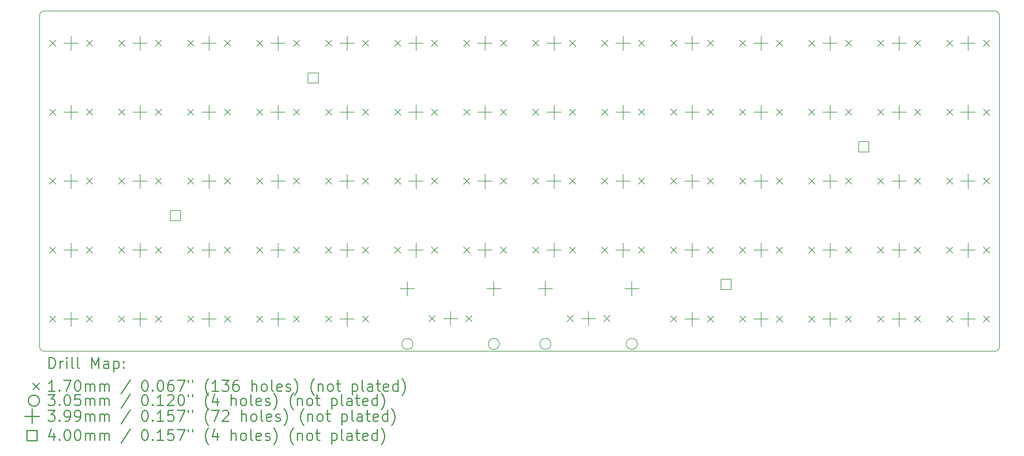
<source format=gbr>
%FSLAX45Y45*%
G04 Gerber Fmt 4.5, Leading zero omitted, Abs format (unit mm)*
G04 Created by KiCad (PCBNEW 4.0.1-stable) date 4/3/2017 2:01:41 AM*
%MOMM*%
G01*
G04 APERTURE LIST*
%ADD10C,0.127000*%
%ADD11C,0.150000*%
%ADD12C,0.200000*%
%ADD13C,0.300000*%
G04 APERTURE END LIST*
D10*
D11*
X125000Y9400000D02*
X26375000Y9400000D01*
X0Y125000D02*
X0Y9275000D01*
X26375000Y0D02*
X125000Y0D01*
X26500000Y9275000D02*
X26500000Y125000D01*
X26375000Y0D02*
G75*
G03X26500000Y125000I0J125000D01*
G01*
X26500000Y9275000D02*
G75*
G03X26375000Y9400000I-125000J0D01*
G01*
X125000Y9400000D02*
G75*
G03X0Y9275000I0J-125000D01*
G01*
X0Y125000D02*
G75*
G03X125000Y0I125000J0D01*
G01*
D12*
X274410Y8595090D02*
X444590Y8424910D01*
X444590Y8595090D02*
X274410Y8424910D01*
X274410Y6690090D02*
X444590Y6519910D01*
X444590Y6690090D02*
X274410Y6519910D01*
X274410Y4785090D02*
X444590Y4614910D01*
X444590Y4785090D02*
X274410Y4614910D01*
X274410Y2880090D02*
X444590Y2709910D01*
X444590Y2880090D02*
X274410Y2709910D01*
X274410Y975090D02*
X444590Y804910D01*
X444590Y975090D02*
X274410Y804910D01*
X1290410Y8595090D02*
X1460590Y8424910D01*
X1460590Y8595090D02*
X1290410Y8424910D01*
X1290410Y6690090D02*
X1460590Y6519910D01*
X1460590Y6690090D02*
X1290410Y6519910D01*
X1290410Y4785090D02*
X1460590Y4614910D01*
X1460590Y4785090D02*
X1290410Y4614910D01*
X1290410Y2880090D02*
X1460590Y2709910D01*
X1460590Y2880090D02*
X1290410Y2709910D01*
X1290410Y975090D02*
X1460590Y804910D01*
X1460590Y975090D02*
X1290410Y804910D01*
X2179410Y8595090D02*
X2349590Y8424910D01*
X2349590Y8595090D02*
X2179410Y8424910D01*
X2179410Y6690090D02*
X2349590Y6519910D01*
X2349590Y6690090D02*
X2179410Y6519910D01*
X2179410Y4785090D02*
X2349590Y4614910D01*
X2349590Y4785090D02*
X2179410Y4614910D01*
X2179410Y2880090D02*
X2349590Y2709910D01*
X2349590Y2880090D02*
X2179410Y2709910D01*
X2179410Y975090D02*
X2349590Y804910D01*
X2349590Y975090D02*
X2179410Y804910D01*
X3195410Y8595090D02*
X3365590Y8424910D01*
X3365590Y8595090D02*
X3195410Y8424910D01*
X3195410Y6690090D02*
X3365590Y6519910D01*
X3365590Y6690090D02*
X3195410Y6519910D01*
X3195410Y4785090D02*
X3365590Y4614910D01*
X3365590Y4785090D02*
X3195410Y4614910D01*
X3195410Y2880090D02*
X3365590Y2709910D01*
X3365590Y2880090D02*
X3195410Y2709910D01*
X3195410Y975090D02*
X3365590Y804910D01*
X3365590Y975090D02*
X3195410Y804910D01*
X4084410Y8595090D02*
X4254590Y8424910D01*
X4254590Y8595090D02*
X4084410Y8424910D01*
X4084410Y6690090D02*
X4254590Y6519910D01*
X4254590Y6690090D02*
X4084410Y6519910D01*
X4084410Y4785090D02*
X4254590Y4614910D01*
X4254590Y4785090D02*
X4084410Y4614910D01*
X4084410Y2880090D02*
X4254590Y2709910D01*
X4254590Y2880090D02*
X4084410Y2709910D01*
X4084410Y975090D02*
X4254590Y804910D01*
X4254590Y975090D02*
X4084410Y804910D01*
X5100410Y8595090D02*
X5270590Y8424910D01*
X5270590Y8595090D02*
X5100410Y8424910D01*
X5100410Y6690090D02*
X5270590Y6519910D01*
X5270590Y6690090D02*
X5100410Y6519910D01*
X5100410Y4785090D02*
X5270590Y4614910D01*
X5270590Y4785090D02*
X5100410Y4614910D01*
X5100410Y2880090D02*
X5270590Y2709910D01*
X5270590Y2880090D02*
X5100410Y2709910D01*
X5100410Y975090D02*
X5270590Y804910D01*
X5270590Y975090D02*
X5100410Y804910D01*
X5989410Y8595090D02*
X6159590Y8424910D01*
X6159590Y8595090D02*
X5989410Y8424910D01*
X5989410Y6690090D02*
X6159590Y6519910D01*
X6159590Y6690090D02*
X5989410Y6519910D01*
X5989410Y4785090D02*
X6159590Y4614910D01*
X6159590Y4785090D02*
X5989410Y4614910D01*
X5989410Y2880090D02*
X6159590Y2709910D01*
X6159590Y2880090D02*
X5989410Y2709910D01*
X5989410Y975090D02*
X6159590Y804910D01*
X6159590Y975090D02*
X5989410Y804910D01*
X7005410Y8595090D02*
X7175590Y8424910D01*
X7175590Y8595090D02*
X7005410Y8424910D01*
X7005410Y6690090D02*
X7175590Y6519910D01*
X7175590Y6690090D02*
X7005410Y6519910D01*
X7005410Y4785090D02*
X7175590Y4614910D01*
X7175590Y4785090D02*
X7005410Y4614910D01*
X7005410Y2880090D02*
X7175590Y2709910D01*
X7175590Y2880090D02*
X7005410Y2709910D01*
X7005410Y975090D02*
X7175590Y804910D01*
X7175590Y975090D02*
X7005410Y804910D01*
X7894410Y8595090D02*
X8064590Y8424910D01*
X8064590Y8595090D02*
X7894410Y8424910D01*
X7894410Y6690090D02*
X8064590Y6519910D01*
X8064590Y6690090D02*
X7894410Y6519910D01*
X7894410Y4785090D02*
X8064590Y4614910D01*
X8064590Y4785090D02*
X7894410Y4614910D01*
X7894410Y2880090D02*
X8064590Y2709910D01*
X8064590Y2880090D02*
X7894410Y2709910D01*
X7894410Y975090D02*
X8064590Y804910D01*
X8064590Y975090D02*
X7894410Y804910D01*
X8910410Y8595090D02*
X9080590Y8424910D01*
X9080590Y8595090D02*
X8910410Y8424910D01*
X8910410Y6690090D02*
X9080590Y6519910D01*
X9080590Y6690090D02*
X8910410Y6519910D01*
X8910410Y4785090D02*
X9080590Y4614910D01*
X9080590Y4785090D02*
X8910410Y4614910D01*
X8910410Y2880090D02*
X9080590Y2709910D01*
X9080590Y2880090D02*
X8910410Y2709910D01*
X8910410Y975090D02*
X9080590Y804910D01*
X9080590Y975090D02*
X8910410Y804910D01*
X9799410Y8595090D02*
X9969590Y8424910D01*
X9969590Y8595090D02*
X9799410Y8424910D01*
X9799410Y6690090D02*
X9969590Y6519910D01*
X9969590Y6690090D02*
X9799410Y6519910D01*
X9799410Y4785090D02*
X9969590Y4614910D01*
X9969590Y4785090D02*
X9799410Y4614910D01*
X9799410Y2880090D02*
X9969590Y2709910D01*
X9969590Y2880090D02*
X9799410Y2709910D01*
X10751910Y987590D02*
X10922090Y817410D01*
X10922090Y987590D02*
X10751910Y817410D01*
X10815410Y8595090D02*
X10985590Y8424910D01*
X10985590Y8595090D02*
X10815410Y8424910D01*
X10815410Y6690090D02*
X10985590Y6519910D01*
X10985590Y6690090D02*
X10815410Y6519910D01*
X10815410Y4785090D02*
X10985590Y4614910D01*
X10985590Y4785090D02*
X10815410Y4614910D01*
X10815410Y2880090D02*
X10985590Y2709910D01*
X10985590Y2880090D02*
X10815410Y2709910D01*
X11704410Y8595090D02*
X11874590Y8424910D01*
X11874590Y8595090D02*
X11704410Y8424910D01*
X11704410Y6690090D02*
X11874590Y6519910D01*
X11874590Y6690090D02*
X11704410Y6519910D01*
X11704410Y4785090D02*
X11874590Y4614910D01*
X11874590Y4785090D02*
X11704410Y4614910D01*
X11704410Y2880090D02*
X11874590Y2709910D01*
X11874590Y2880090D02*
X11704410Y2709910D01*
X11767910Y987590D02*
X11938090Y817410D01*
X11938090Y987590D02*
X11767910Y817410D01*
X12720410Y8595090D02*
X12890590Y8424910D01*
X12890590Y8595090D02*
X12720410Y8424910D01*
X12720410Y6690090D02*
X12890590Y6519910D01*
X12890590Y6690090D02*
X12720410Y6519910D01*
X12720410Y4785090D02*
X12890590Y4614910D01*
X12890590Y4785090D02*
X12720410Y4614910D01*
X12720410Y2880090D02*
X12890590Y2709910D01*
X12890590Y2880090D02*
X12720410Y2709910D01*
X13609410Y8595090D02*
X13779590Y8424910D01*
X13779590Y8595090D02*
X13609410Y8424910D01*
X13609410Y6690090D02*
X13779590Y6519910D01*
X13779590Y6690090D02*
X13609410Y6519910D01*
X13609410Y4785090D02*
X13779590Y4614910D01*
X13779590Y4785090D02*
X13609410Y4614910D01*
X13609410Y2880090D02*
X13779590Y2709910D01*
X13779590Y2880090D02*
X13609410Y2709910D01*
X14561910Y990090D02*
X14732090Y819910D01*
X14732090Y990090D02*
X14561910Y819910D01*
X14625410Y8595090D02*
X14795590Y8424910D01*
X14795590Y8595090D02*
X14625410Y8424910D01*
X14625410Y6690090D02*
X14795590Y6519910D01*
X14795590Y6690090D02*
X14625410Y6519910D01*
X14625410Y4785090D02*
X14795590Y4614910D01*
X14795590Y4785090D02*
X14625410Y4614910D01*
X14625410Y2880090D02*
X14795590Y2709910D01*
X14795590Y2880090D02*
X14625410Y2709910D01*
X15514410Y8595090D02*
X15684590Y8424910D01*
X15684590Y8595090D02*
X15514410Y8424910D01*
X15514410Y6690090D02*
X15684590Y6519910D01*
X15684590Y6690090D02*
X15514410Y6519910D01*
X15514410Y4785090D02*
X15684590Y4614910D01*
X15684590Y4785090D02*
X15514410Y4614910D01*
X15514410Y2880090D02*
X15684590Y2709910D01*
X15684590Y2880090D02*
X15514410Y2709910D01*
X15577910Y990090D02*
X15748090Y819910D01*
X15748090Y990090D02*
X15577910Y819910D01*
X16530410Y8595090D02*
X16700590Y8424910D01*
X16700590Y8595090D02*
X16530410Y8424910D01*
X16530410Y6690090D02*
X16700590Y6519910D01*
X16700590Y6690090D02*
X16530410Y6519910D01*
X16530410Y4785090D02*
X16700590Y4614910D01*
X16700590Y4785090D02*
X16530410Y4614910D01*
X16530410Y2880090D02*
X16700590Y2709910D01*
X16700590Y2880090D02*
X16530410Y2709910D01*
X17419410Y8595090D02*
X17589590Y8424910D01*
X17589590Y8595090D02*
X17419410Y8424910D01*
X17419410Y6690090D02*
X17589590Y6519910D01*
X17589590Y6690090D02*
X17419410Y6519910D01*
X17419410Y4785090D02*
X17589590Y4614910D01*
X17589590Y4785090D02*
X17419410Y4614910D01*
X17419410Y2880090D02*
X17589590Y2709910D01*
X17589590Y2880090D02*
X17419410Y2709910D01*
X17419410Y975090D02*
X17589590Y804910D01*
X17589590Y975090D02*
X17419410Y804910D01*
X18435410Y8595090D02*
X18605590Y8424910D01*
X18605590Y8595090D02*
X18435410Y8424910D01*
X18435410Y6690090D02*
X18605590Y6519910D01*
X18605590Y6690090D02*
X18435410Y6519910D01*
X18435410Y4785090D02*
X18605590Y4614910D01*
X18605590Y4785090D02*
X18435410Y4614910D01*
X18435410Y2880090D02*
X18605590Y2709910D01*
X18605590Y2880090D02*
X18435410Y2709910D01*
X18435410Y975090D02*
X18605590Y804910D01*
X18605590Y975090D02*
X18435410Y804910D01*
X19324410Y8595090D02*
X19494590Y8424910D01*
X19494590Y8595090D02*
X19324410Y8424910D01*
X19324410Y6690090D02*
X19494590Y6519910D01*
X19494590Y6690090D02*
X19324410Y6519910D01*
X19324410Y4785090D02*
X19494590Y4614910D01*
X19494590Y4785090D02*
X19324410Y4614910D01*
X19324410Y2880090D02*
X19494590Y2709910D01*
X19494590Y2880090D02*
X19324410Y2709910D01*
X19324410Y975090D02*
X19494590Y804910D01*
X19494590Y975090D02*
X19324410Y804910D01*
X20340410Y8595090D02*
X20510590Y8424910D01*
X20510590Y8595090D02*
X20340410Y8424910D01*
X20340410Y6690090D02*
X20510590Y6519910D01*
X20510590Y6690090D02*
X20340410Y6519910D01*
X20340410Y4785090D02*
X20510590Y4614910D01*
X20510590Y4785090D02*
X20340410Y4614910D01*
X20340410Y2880090D02*
X20510590Y2709910D01*
X20510590Y2880090D02*
X20340410Y2709910D01*
X20340410Y975090D02*
X20510590Y804910D01*
X20510590Y975090D02*
X20340410Y804910D01*
X21229410Y8595090D02*
X21399590Y8424910D01*
X21399590Y8595090D02*
X21229410Y8424910D01*
X21229410Y6690090D02*
X21399590Y6519910D01*
X21399590Y6690090D02*
X21229410Y6519910D01*
X21229410Y4785090D02*
X21399590Y4614910D01*
X21399590Y4785090D02*
X21229410Y4614910D01*
X21229410Y2880090D02*
X21399590Y2709910D01*
X21399590Y2880090D02*
X21229410Y2709910D01*
X21229410Y975090D02*
X21399590Y804910D01*
X21399590Y975090D02*
X21229410Y804910D01*
X22245410Y8595090D02*
X22415590Y8424910D01*
X22415590Y8595090D02*
X22245410Y8424910D01*
X22245410Y6690090D02*
X22415590Y6519910D01*
X22415590Y6690090D02*
X22245410Y6519910D01*
X22245410Y4785090D02*
X22415590Y4614910D01*
X22415590Y4785090D02*
X22245410Y4614910D01*
X22245410Y2880090D02*
X22415590Y2709910D01*
X22415590Y2880090D02*
X22245410Y2709910D01*
X22245410Y975090D02*
X22415590Y804910D01*
X22415590Y975090D02*
X22245410Y804910D01*
X23134410Y8595090D02*
X23304590Y8424910D01*
X23304590Y8595090D02*
X23134410Y8424910D01*
X23134410Y6690090D02*
X23304590Y6519910D01*
X23304590Y6690090D02*
X23134410Y6519910D01*
X23134410Y4785090D02*
X23304590Y4614910D01*
X23304590Y4785090D02*
X23134410Y4614910D01*
X23134410Y2880090D02*
X23304590Y2709910D01*
X23304590Y2880090D02*
X23134410Y2709910D01*
X23134410Y975090D02*
X23304590Y804910D01*
X23304590Y975090D02*
X23134410Y804910D01*
X24150410Y8595090D02*
X24320590Y8424910D01*
X24320590Y8595090D02*
X24150410Y8424910D01*
X24150410Y6690090D02*
X24320590Y6519910D01*
X24320590Y6690090D02*
X24150410Y6519910D01*
X24150410Y4785090D02*
X24320590Y4614910D01*
X24320590Y4785090D02*
X24150410Y4614910D01*
X24150410Y2880090D02*
X24320590Y2709910D01*
X24320590Y2880090D02*
X24150410Y2709910D01*
X24150410Y975090D02*
X24320590Y804910D01*
X24320590Y975090D02*
X24150410Y804910D01*
X25039410Y8595090D02*
X25209590Y8424910D01*
X25209590Y8595090D02*
X25039410Y8424910D01*
X25039410Y6690090D02*
X25209590Y6519910D01*
X25209590Y6690090D02*
X25039410Y6519910D01*
X25039410Y4785090D02*
X25209590Y4614910D01*
X25209590Y4785090D02*
X25039410Y4614910D01*
X25039410Y2880090D02*
X25209590Y2709910D01*
X25209590Y2880090D02*
X25039410Y2709910D01*
X25039410Y975090D02*
X25209590Y804910D01*
X25209590Y975090D02*
X25039410Y804910D01*
X26055410Y8595090D02*
X26225590Y8424910D01*
X26225590Y8595090D02*
X26055410Y8424910D01*
X26055410Y6690090D02*
X26225590Y6519910D01*
X26225590Y6690090D02*
X26055410Y6519910D01*
X26055410Y4785090D02*
X26225590Y4614910D01*
X26225590Y4785090D02*
X26055410Y4614910D01*
X26055410Y2880090D02*
X26225590Y2709910D01*
X26225590Y2880090D02*
X26055410Y2709910D01*
X26055410Y975090D02*
X26225590Y804910D01*
X26225590Y975090D02*
X26055410Y804910D01*
X10303600Y204000D02*
G75*
G03X10303600Y204000I-152400J0D01*
G01*
X12691200Y204000D02*
G75*
G03X12691200Y204000I-152400J0D01*
G01*
X14113600Y206500D02*
G75*
G03X14113600Y206500I-152400J0D01*
G01*
X16501200Y206500D02*
G75*
G03X16501200Y206500I-152400J0D01*
G01*
X867500Y8709390D02*
X867500Y8310610D01*
X668110Y8510000D02*
X1066890Y8510000D01*
X867500Y6804390D02*
X867500Y6405610D01*
X668110Y6605000D02*
X1066890Y6605000D01*
X867500Y4899390D02*
X867500Y4500610D01*
X668110Y4700000D02*
X1066890Y4700000D01*
X867500Y2994390D02*
X867500Y2595610D01*
X668110Y2795000D02*
X1066890Y2795000D01*
X867500Y1089390D02*
X867500Y690610D01*
X668110Y890000D02*
X1066890Y890000D01*
X2772500Y8709390D02*
X2772500Y8310610D01*
X2573110Y8510000D02*
X2971890Y8510000D01*
X2772500Y6804390D02*
X2772500Y6405610D01*
X2573110Y6605000D02*
X2971890Y6605000D01*
X2772500Y4899390D02*
X2772500Y4500610D01*
X2573110Y4700000D02*
X2971890Y4700000D01*
X2772500Y2994390D02*
X2772500Y2595610D01*
X2573110Y2795000D02*
X2971890Y2795000D01*
X2772500Y1089390D02*
X2772500Y690610D01*
X2573110Y890000D02*
X2971890Y890000D01*
X4677500Y8709390D02*
X4677500Y8310610D01*
X4478110Y8510000D02*
X4876890Y8510000D01*
X4677500Y6804390D02*
X4677500Y6405610D01*
X4478110Y6605000D02*
X4876890Y6605000D01*
X4677500Y4899390D02*
X4677500Y4500610D01*
X4478110Y4700000D02*
X4876890Y4700000D01*
X4677500Y2994390D02*
X4677500Y2595610D01*
X4478110Y2795000D02*
X4876890Y2795000D01*
X4677500Y1089390D02*
X4677500Y690610D01*
X4478110Y890000D02*
X4876890Y890000D01*
X6582500Y8709390D02*
X6582500Y8310610D01*
X6383110Y8510000D02*
X6781890Y8510000D01*
X6582500Y6804390D02*
X6582500Y6405610D01*
X6383110Y6605000D02*
X6781890Y6605000D01*
X6582500Y4899390D02*
X6582500Y4500610D01*
X6383110Y4700000D02*
X6781890Y4700000D01*
X6582500Y2994390D02*
X6582500Y2595610D01*
X6383110Y2795000D02*
X6781890Y2795000D01*
X6582500Y1089390D02*
X6582500Y690610D01*
X6383110Y890000D02*
X6781890Y890000D01*
X8487500Y8709390D02*
X8487500Y8310610D01*
X8288110Y8510000D02*
X8686890Y8510000D01*
X8487500Y6804390D02*
X8487500Y6405610D01*
X8288110Y6605000D02*
X8686890Y6605000D01*
X8487500Y4899390D02*
X8487500Y4500610D01*
X8288110Y4700000D02*
X8686890Y4700000D01*
X8487500Y2994390D02*
X8487500Y2595610D01*
X8288110Y2795000D02*
X8686890Y2795000D01*
X8487500Y1089390D02*
X8487500Y690610D01*
X8288110Y890000D02*
X8686890Y890000D01*
X10151200Y1927390D02*
X10151200Y1528610D01*
X9951810Y1728000D02*
X10350590Y1728000D01*
X10392500Y8709390D02*
X10392500Y8310610D01*
X10193110Y8510000D02*
X10591890Y8510000D01*
X10392500Y6804390D02*
X10392500Y6405610D01*
X10193110Y6605000D02*
X10591890Y6605000D01*
X10392500Y4899390D02*
X10392500Y4500610D01*
X10193110Y4700000D02*
X10591890Y4700000D01*
X10392500Y2994390D02*
X10392500Y2595610D01*
X10193110Y2795000D02*
X10591890Y2795000D01*
X11345000Y1101890D02*
X11345000Y703110D01*
X11145610Y902500D02*
X11544390Y902500D01*
X12297500Y8709390D02*
X12297500Y8310610D01*
X12098110Y8510000D02*
X12496890Y8510000D01*
X12297500Y6804390D02*
X12297500Y6405610D01*
X12098110Y6605000D02*
X12496890Y6605000D01*
X12297500Y4899390D02*
X12297500Y4500610D01*
X12098110Y4700000D02*
X12496890Y4700000D01*
X12297500Y2994390D02*
X12297500Y2595610D01*
X12098110Y2795000D02*
X12496890Y2795000D01*
X12538800Y1927390D02*
X12538800Y1528610D01*
X12339410Y1728000D02*
X12738190Y1728000D01*
X13961200Y1929890D02*
X13961200Y1531110D01*
X13761810Y1730500D02*
X14160590Y1730500D01*
X14202500Y8709390D02*
X14202500Y8310610D01*
X14003110Y8510000D02*
X14401890Y8510000D01*
X14202500Y6804390D02*
X14202500Y6405610D01*
X14003110Y6605000D02*
X14401890Y6605000D01*
X14202500Y4899390D02*
X14202500Y4500610D01*
X14003110Y4700000D02*
X14401890Y4700000D01*
X14202500Y2994390D02*
X14202500Y2595610D01*
X14003110Y2795000D02*
X14401890Y2795000D01*
X15155000Y1104390D02*
X15155000Y705610D01*
X14955610Y905000D02*
X15354390Y905000D01*
X16107500Y8709390D02*
X16107500Y8310610D01*
X15908110Y8510000D02*
X16306890Y8510000D01*
X16107500Y6804390D02*
X16107500Y6405610D01*
X15908110Y6605000D02*
X16306890Y6605000D01*
X16107500Y4899390D02*
X16107500Y4500610D01*
X15908110Y4700000D02*
X16306890Y4700000D01*
X16107500Y2994390D02*
X16107500Y2595610D01*
X15908110Y2795000D02*
X16306890Y2795000D01*
X16348800Y1929890D02*
X16348800Y1531110D01*
X16149410Y1730500D02*
X16548190Y1730500D01*
X18012500Y8709390D02*
X18012500Y8310610D01*
X17813110Y8510000D02*
X18211890Y8510000D01*
X18012500Y6804390D02*
X18012500Y6405610D01*
X17813110Y6605000D02*
X18211890Y6605000D01*
X18012500Y4899390D02*
X18012500Y4500610D01*
X17813110Y4700000D02*
X18211890Y4700000D01*
X18012500Y2994390D02*
X18012500Y2595610D01*
X17813110Y2795000D02*
X18211890Y2795000D01*
X18012500Y1089390D02*
X18012500Y690610D01*
X17813110Y890000D02*
X18211890Y890000D01*
X19917500Y8709390D02*
X19917500Y8310610D01*
X19718110Y8510000D02*
X20116890Y8510000D01*
X19917500Y6804390D02*
X19917500Y6405610D01*
X19718110Y6605000D02*
X20116890Y6605000D01*
X19917500Y4899390D02*
X19917500Y4500610D01*
X19718110Y4700000D02*
X20116890Y4700000D01*
X19917500Y2994390D02*
X19917500Y2595610D01*
X19718110Y2795000D02*
X20116890Y2795000D01*
X19917500Y1089390D02*
X19917500Y690610D01*
X19718110Y890000D02*
X20116890Y890000D01*
X21822500Y8709390D02*
X21822500Y8310610D01*
X21623110Y8510000D02*
X22021890Y8510000D01*
X21822500Y6804390D02*
X21822500Y6405610D01*
X21623110Y6605000D02*
X22021890Y6605000D01*
X21822500Y4899390D02*
X21822500Y4500610D01*
X21623110Y4700000D02*
X22021890Y4700000D01*
X21822500Y2994390D02*
X21822500Y2595610D01*
X21623110Y2795000D02*
X22021890Y2795000D01*
X21822500Y1089390D02*
X21822500Y690610D01*
X21623110Y890000D02*
X22021890Y890000D01*
X23727500Y8709390D02*
X23727500Y8310610D01*
X23528110Y8510000D02*
X23926890Y8510000D01*
X23727500Y6804390D02*
X23727500Y6405610D01*
X23528110Y6605000D02*
X23926890Y6605000D01*
X23727500Y4899390D02*
X23727500Y4500610D01*
X23528110Y4700000D02*
X23926890Y4700000D01*
X23727500Y2994390D02*
X23727500Y2595610D01*
X23528110Y2795000D02*
X23926890Y2795000D01*
X23727500Y1089390D02*
X23727500Y690610D01*
X23528110Y890000D02*
X23926890Y890000D01*
X25632500Y8709390D02*
X25632500Y8310610D01*
X25433110Y8510000D02*
X25831890Y8510000D01*
X25632500Y6804390D02*
X25632500Y6405610D01*
X25433110Y6605000D02*
X25831890Y6605000D01*
X25632500Y4899390D02*
X25632500Y4500610D01*
X25433110Y4700000D02*
X25831890Y4700000D01*
X25632500Y2994390D02*
X25632500Y2595610D01*
X25433110Y2795000D02*
X25831890Y2795000D01*
X25632500Y1089390D02*
X25632500Y690610D01*
X25433110Y890000D02*
X25831890Y890000D01*
X3891423Y3609577D02*
X3891423Y3892423D01*
X3608577Y3892423D01*
X3608577Y3609577D01*
X3891423Y3609577D01*
X7691423Y7408577D02*
X7691423Y7691423D01*
X7408577Y7691423D01*
X7408577Y7408577D01*
X7691423Y7408577D01*
X19091423Y1708577D02*
X19091423Y1991423D01*
X18808577Y1991423D01*
X18808577Y1708577D01*
X19091423Y1708577D01*
X22891423Y5508577D02*
X22891423Y5791423D01*
X22608577Y5791423D01*
X22608577Y5508577D01*
X22891423Y5508577D01*
D13*
X263929Y-473214D02*
X263929Y-173214D01*
X335357Y-173214D01*
X378214Y-187500D01*
X406786Y-216071D01*
X421071Y-244643D01*
X435357Y-301786D01*
X435357Y-344643D01*
X421071Y-401786D01*
X406786Y-430357D01*
X378214Y-458929D01*
X335357Y-473214D01*
X263929Y-473214D01*
X563929Y-473214D02*
X563929Y-273214D01*
X563929Y-330357D02*
X578214Y-301786D01*
X592500Y-287500D01*
X621071Y-273214D01*
X649643Y-273214D01*
X749643Y-473214D02*
X749643Y-273214D01*
X749643Y-173214D02*
X735357Y-187500D01*
X749643Y-201786D01*
X763928Y-187500D01*
X749643Y-173214D01*
X749643Y-201786D01*
X935357Y-473214D02*
X906786Y-458929D01*
X892500Y-430357D01*
X892500Y-173214D01*
X1092500Y-473214D02*
X1063929Y-458929D01*
X1049643Y-430357D01*
X1049643Y-173214D01*
X1435357Y-473214D02*
X1435357Y-173214D01*
X1535357Y-387500D01*
X1635357Y-173214D01*
X1635357Y-473214D01*
X1906786Y-473214D02*
X1906786Y-316072D01*
X1892500Y-287500D01*
X1863928Y-273214D01*
X1806786Y-273214D01*
X1778214Y-287500D01*
X1906786Y-458929D02*
X1878214Y-473214D01*
X1806786Y-473214D01*
X1778214Y-458929D01*
X1763928Y-430357D01*
X1763928Y-401786D01*
X1778214Y-373214D01*
X1806786Y-358929D01*
X1878214Y-358929D01*
X1906786Y-344643D01*
X2049643Y-273214D02*
X2049643Y-573214D01*
X2049643Y-287500D02*
X2078214Y-273214D01*
X2135357Y-273214D01*
X2163929Y-287500D01*
X2178214Y-301786D01*
X2192500Y-330357D01*
X2192500Y-416071D01*
X2178214Y-444643D01*
X2163929Y-458929D01*
X2135357Y-473214D01*
X2078214Y-473214D01*
X2049643Y-458929D01*
X2321071Y-444643D02*
X2335357Y-458929D01*
X2321071Y-473214D01*
X2306786Y-458929D01*
X2321071Y-444643D01*
X2321071Y-473214D01*
X2321071Y-287500D02*
X2335357Y-301786D01*
X2321071Y-316072D01*
X2306786Y-301786D01*
X2321071Y-287500D01*
X2321071Y-316072D01*
X-177680Y-882410D02*
X-7500Y-1052590D01*
X-7500Y-882410D02*
X-177680Y-1052590D01*
X421071Y-1103214D02*
X249643Y-1103214D01*
X335357Y-1103214D02*
X335357Y-803214D01*
X306786Y-846071D01*
X278214Y-874643D01*
X249643Y-888929D01*
X549643Y-1074643D02*
X563929Y-1088929D01*
X549643Y-1103214D01*
X535357Y-1088929D01*
X549643Y-1074643D01*
X549643Y-1103214D01*
X663928Y-803214D02*
X863928Y-803214D01*
X735357Y-1103214D01*
X1035357Y-803214D02*
X1063929Y-803214D01*
X1092500Y-817500D01*
X1106786Y-831786D01*
X1121071Y-860357D01*
X1135357Y-917500D01*
X1135357Y-988929D01*
X1121071Y-1046071D01*
X1106786Y-1074643D01*
X1092500Y-1088929D01*
X1063929Y-1103214D01*
X1035357Y-1103214D01*
X1006786Y-1088929D01*
X992500Y-1074643D01*
X978214Y-1046071D01*
X963928Y-988929D01*
X963928Y-917500D01*
X978214Y-860357D01*
X992500Y-831786D01*
X1006786Y-817500D01*
X1035357Y-803214D01*
X1263929Y-1103214D02*
X1263929Y-903214D01*
X1263929Y-931786D02*
X1278214Y-917500D01*
X1306786Y-903214D01*
X1349643Y-903214D01*
X1378214Y-917500D01*
X1392500Y-946071D01*
X1392500Y-1103214D01*
X1392500Y-946071D02*
X1406786Y-917500D01*
X1435357Y-903214D01*
X1478214Y-903214D01*
X1506786Y-917500D01*
X1521071Y-946071D01*
X1521071Y-1103214D01*
X1663928Y-1103214D02*
X1663928Y-903214D01*
X1663928Y-931786D02*
X1678214Y-917500D01*
X1706786Y-903214D01*
X1749643Y-903214D01*
X1778214Y-917500D01*
X1792500Y-946071D01*
X1792500Y-1103214D01*
X1792500Y-946071D02*
X1806786Y-917500D01*
X1835357Y-903214D01*
X1878214Y-903214D01*
X1906786Y-917500D01*
X1921071Y-946071D01*
X1921071Y-1103214D01*
X2506786Y-788929D02*
X2249643Y-1174643D01*
X2892500Y-803214D02*
X2921071Y-803214D01*
X2949643Y-817500D01*
X2963928Y-831786D01*
X2978214Y-860357D01*
X2992500Y-917500D01*
X2992500Y-988929D01*
X2978214Y-1046071D01*
X2963928Y-1074643D01*
X2949643Y-1088929D01*
X2921071Y-1103214D01*
X2892500Y-1103214D01*
X2863928Y-1088929D01*
X2849643Y-1074643D01*
X2835357Y-1046071D01*
X2821071Y-988929D01*
X2821071Y-917500D01*
X2835357Y-860357D01*
X2849643Y-831786D01*
X2863928Y-817500D01*
X2892500Y-803214D01*
X3121071Y-1074643D02*
X3135357Y-1088929D01*
X3121071Y-1103214D01*
X3106786Y-1088929D01*
X3121071Y-1074643D01*
X3121071Y-1103214D01*
X3321071Y-803214D02*
X3349643Y-803214D01*
X3378214Y-817500D01*
X3392500Y-831786D01*
X3406785Y-860357D01*
X3421071Y-917500D01*
X3421071Y-988929D01*
X3406785Y-1046071D01*
X3392500Y-1074643D01*
X3378214Y-1088929D01*
X3349643Y-1103214D01*
X3321071Y-1103214D01*
X3292500Y-1088929D01*
X3278214Y-1074643D01*
X3263928Y-1046071D01*
X3249643Y-988929D01*
X3249643Y-917500D01*
X3263928Y-860357D01*
X3278214Y-831786D01*
X3292500Y-817500D01*
X3321071Y-803214D01*
X3678214Y-803214D02*
X3621071Y-803214D01*
X3592500Y-817500D01*
X3578214Y-831786D01*
X3549643Y-874643D01*
X3535357Y-931786D01*
X3535357Y-1046071D01*
X3549643Y-1074643D01*
X3563928Y-1088929D01*
X3592500Y-1103214D01*
X3649643Y-1103214D01*
X3678214Y-1088929D01*
X3692500Y-1074643D01*
X3706785Y-1046071D01*
X3706785Y-974643D01*
X3692500Y-946071D01*
X3678214Y-931786D01*
X3649643Y-917500D01*
X3592500Y-917500D01*
X3563928Y-931786D01*
X3549643Y-946071D01*
X3535357Y-974643D01*
X3806785Y-803214D02*
X4006785Y-803214D01*
X3878214Y-1103214D01*
X4106786Y-803214D02*
X4106786Y-860357D01*
X4221071Y-803214D02*
X4221071Y-860357D01*
X4663928Y-1217500D02*
X4649643Y-1203214D01*
X4621071Y-1160357D01*
X4606786Y-1131786D01*
X4592500Y-1088929D01*
X4578214Y-1017500D01*
X4578214Y-960357D01*
X4592500Y-888929D01*
X4606786Y-846071D01*
X4621071Y-817500D01*
X4649643Y-774643D01*
X4663928Y-760357D01*
X4935357Y-1103214D02*
X4763928Y-1103214D01*
X4849643Y-1103214D02*
X4849643Y-803214D01*
X4821071Y-846071D01*
X4792500Y-874643D01*
X4763928Y-888929D01*
X5035357Y-803214D02*
X5221071Y-803214D01*
X5121071Y-917500D01*
X5163928Y-917500D01*
X5192500Y-931786D01*
X5206786Y-946071D01*
X5221071Y-974643D01*
X5221071Y-1046071D01*
X5206786Y-1074643D01*
X5192500Y-1088929D01*
X5163928Y-1103214D01*
X5078214Y-1103214D01*
X5049643Y-1088929D01*
X5035357Y-1074643D01*
X5478214Y-803214D02*
X5421071Y-803214D01*
X5392500Y-817500D01*
X5378214Y-831786D01*
X5349643Y-874643D01*
X5335357Y-931786D01*
X5335357Y-1046071D01*
X5349643Y-1074643D01*
X5363928Y-1088929D01*
X5392500Y-1103214D01*
X5449643Y-1103214D01*
X5478214Y-1088929D01*
X5492500Y-1074643D01*
X5506786Y-1046071D01*
X5506786Y-974643D01*
X5492500Y-946071D01*
X5478214Y-931786D01*
X5449643Y-917500D01*
X5392500Y-917500D01*
X5363928Y-931786D01*
X5349643Y-946071D01*
X5335357Y-974643D01*
X5863928Y-1103214D02*
X5863928Y-803214D01*
X5992500Y-1103214D02*
X5992500Y-946071D01*
X5978214Y-917500D01*
X5949643Y-903214D01*
X5906785Y-903214D01*
X5878214Y-917500D01*
X5863928Y-931786D01*
X6178214Y-1103214D02*
X6149643Y-1088929D01*
X6135357Y-1074643D01*
X6121071Y-1046071D01*
X6121071Y-960357D01*
X6135357Y-931786D01*
X6149643Y-917500D01*
X6178214Y-903214D01*
X6221071Y-903214D01*
X6249643Y-917500D01*
X6263928Y-931786D01*
X6278214Y-960357D01*
X6278214Y-1046071D01*
X6263928Y-1074643D01*
X6249643Y-1088929D01*
X6221071Y-1103214D01*
X6178214Y-1103214D01*
X6449643Y-1103214D02*
X6421071Y-1088929D01*
X6406786Y-1060357D01*
X6406786Y-803214D01*
X6678214Y-1088929D02*
X6649643Y-1103214D01*
X6592500Y-1103214D01*
X6563928Y-1088929D01*
X6549643Y-1060357D01*
X6549643Y-946071D01*
X6563928Y-917500D01*
X6592500Y-903214D01*
X6649643Y-903214D01*
X6678214Y-917500D01*
X6692500Y-946071D01*
X6692500Y-974643D01*
X6549643Y-1003214D01*
X6806786Y-1088929D02*
X6835357Y-1103214D01*
X6892500Y-1103214D01*
X6921071Y-1088929D01*
X6935357Y-1060357D01*
X6935357Y-1046071D01*
X6921071Y-1017500D01*
X6892500Y-1003214D01*
X6849643Y-1003214D01*
X6821071Y-988929D01*
X6806786Y-960357D01*
X6806786Y-946071D01*
X6821071Y-917500D01*
X6849643Y-903214D01*
X6892500Y-903214D01*
X6921071Y-917500D01*
X7035357Y-1217500D02*
X7049643Y-1203214D01*
X7078214Y-1160357D01*
X7092500Y-1131786D01*
X7106786Y-1088929D01*
X7121071Y-1017500D01*
X7121071Y-960357D01*
X7106786Y-888929D01*
X7092500Y-846071D01*
X7078214Y-817500D01*
X7049643Y-774643D01*
X7035357Y-760357D01*
X7578214Y-1217500D02*
X7563928Y-1203214D01*
X7535357Y-1160357D01*
X7521071Y-1131786D01*
X7506786Y-1088929D01*
X7492500Y-1017500D01*
X7492500Y-960357D01*
X7506786Y-888929D01*
X7521071Y-846071D01*
X7535357Y-817500D01*
X7563928Y-774643D01*
X7578214Y-760357D01*
X7692500Y-903214D02*
X7692500Y-1103214D01*
X7692500Y-931786D02*
X7706786Y-917500D01*
X7735357Y-903214D01*
X7778214Y-903214D01*
X7806786Y-917500D01*
X7821071Y-946071D01*
X7821071Y-1103214D01*
X8006786Y-1103214D02*
X7978214Y-1088929D01*
X7963928Y-1074643D01*
X7949643Y-1046071D01*
X7949643Y-960357D01*
X7963928Y-931786D01*
X7978214Y-917500D01*
X8006786Y-903214D01*
X8049643Y-903214D01*
X8078214Y-917500D01*
X8092500Y-931786D01*
X8106786Y-960357D01*
X8106786Y-1046071D01*
X8092500Y-1074643D01*
X8078214Y-1088929D01*
X8049643Y-1103214D01*
X8006786Y-1103214D01*
X8192500Y-903214D02*
X8306786Y-903214D01*
X8235357Y-803214D02*
X8235357Y-1060357D01*
X8249643Y-1088929D01*
X8278214Y-1103214D01*
X8306786Y-1103214D01*
X8635357Y-903214D02*
X8635357Y-1203214D01*
X8635357Y-917500D02*
X8663929Y-903214D01*
X8721071Y-903214D01*
X8749643Y-917500D01*
X8763929Y-931786D01*
X8778214Y-960357D01*
X8778214Y-1046071D01*
X8763929Y-1074643D01*
X8749643Y-1088929D01*
X8721071Y-1103214D01*
X8663929Y-1103214D01*
X8635357Y-1088929D01*
X8949643Y-1103214D02*
X8921071Y-1088929D01*
X8906786Y-1060357D01*
X8906786Y-803214D01*
X9192500Y-1103214D02*
X9192500Y-946071D01*
X9178214Y-917500D01*
X9149643Y-903214D01*
X9092500Y-903214D01*
X9063929Y-917500D01*
X9192500Y-1088929D02*
X9163929Y-1103214D01*
X9092500Y-1103214D01*
X9063929Y-1088929D01*
X9049643Y-1060357D01*
X9049643Y-1031786D01*
X9063929Y-1003214D01*
X9092500Y-988929D01*
X9163929Y-988929D01*
X9192500Y-974643D01*
X9292500Y-903214D02*
X9406786Y-903214D01*
X9335357Y-803214D02*
X9335357Y-1060357D01*
X9349643Y-1088929D01*
X9378214Y-1103214D01*
X9406786Y-1103214D01*
X9621072Y-1088929D02*
X9592500Y-1103214D01*
X9535357Y-1103214D01*
X9506786Y-1088929D01*
X9492500Y-1060357D01*
X9492500Y-946071D01*
X9506786Y-917500D01*
X9535357Y-903214D01*
X9592500Y-903214D01*
X9621072Y-917500D01*
X9635357Y-946071D01*
X9635357Y-974643D01*
X9492500Y-1003214D01*
X9892500Y-1103214D02*
X9892500Y-803214D01*
X9892500Y-1088929D02*
X9863929Y-1103214D01*
X9806786Y-1103214D01*
X9778214Y-1088929D01*
X9763929Y-1074643D01*
X9749643Y-1046071D01*
X9749643Y-960357D01*
X9763929Y-931786D01*
X9778214Y-917500D01*
X9806786Y-903214D01*
X9863929Y-903214D01*
X9892500Y-917500D01*
X10006786Y-1217500D02*
X10021072Y-1203214D01*
X10049643Y-1160357D01*
X10063929Y-1131786D01*
X10078214Y-1088929D01*
X10092500Y-1017500D01*
X10092500Y-960357D01*
X10078214Y-888929D01*
X10063929Y-846071D01*
X10049643Y-817500D01*
X10021072Y-774643D01*
X10006786Y-760357D01*
X-7500Y-1363500D02*
G75*
G03X-7500Y-1363500I-152400J0D01*
G01*
X235357Y-1199214D02*
X421071Y-1199214D01*
X321071Y-1313500D01*
X363928Y-1313500D01*
X392500Y-1327786D01*
X406786Y-1342072D01*
X421071Y-1370643D01*
X421071Y-1442071D01*
X406786Y-1470643D01*
X392500Y-1484929D01*
X363928Y-1499214D01*
X278214Y-1499214D01*
X249643Y-1484929D01*
X235357Y-1470643D01*
X549643Y-1470643D02*
X563929Y-1484929D01*
X549643Y-1499214D01*
X535357Y-1484929D01*
X549643Y-1470643D01*
X549643Y-1499214D01*
X749643Y-1199214D02*
X778214Y-1199214D01*
X806786Y-1213500D01*
X821071Y-1227786D01*
X835357Y-1256357D01*
X849643Y-1313500D01*
X849643Y-1384929D01*
X835357Y-1442071D01*
X821071Y-1470643D01*
X806786Y-1484929D01*
X778214Y-1499214D01*
X749643Y-1499214D01*
X721071Y-1484929D01*
X706786Y-1470643D01*
X692500Y-1442071D01*
X678214Y-1384929D01*
X678214Y-1313500D01*
X692500Y-1256357D01*
X706786Y-1227786D01*
X721071Y-1213500D01*
X749643Y-1199214D01*
X1121071Y-1199214D02*
X978214Y-1199214D01*
X963928Y-1342072D01*
X978214Y-1327786D01*
X1006786Y-1313500D01*
X1078214Y-1313500D01*
X1106786Y-1327786D01*
X1121071Y-1342072D01*
X1135357Y-1370643D01*
X1135357Y-1442071D01*
X1121071Y-1470643D01*
X1106786Y-1484929D01*
X1078214Y-1499214D01*
X1006786Y-1499214D01*
X978214Y-1484929D01*
X963928Y-1470643D01*
X1263929Y-1499214D02*
X1263929Y-1299214D01*
X1263929Y-1327786D02*
X1278214Y-1313500D01*
X1306786Y-1299214D01*
X1349643Y-1299214D01*
X1378214Y-1313500D01*
X1392500Y-1342072D01*
X1392500Y-1499214D01*
X1392500Y-1342072D02*
X1406786Y-1313500D01*
X1435357Y-1299214D01*
X1478214Y-1299214D01*
X1506786Y-1313500D01*
X1521071Y-1342072D01*
X1521071Y-1499214D01*
X1663928Y-1499214D02*
X1663928Y-1299214D01*
X1663928Y-1327786D02*
X1678214Y-1313500D01*
X1706786Y-1299214D01*
X1749643Y-1299214D01*
X1778214Y-1313500D01*
X1792500Y-1342072D01*
X1792500Y-1499214D01*
X1792500Y-1342072D02*
X1806786Y-1313500D01*
X1835357Y-1299214D01*
X1878214Y-1299214D01*
X1906786Y-1313500D01*
X1921071Y-1342072D01*
X1921071Y-1499214D01*
X2506786Y-1184929D02*
X2249643Y-1570643D01*
X2892500Y-1199214D02*
X2921071Y-1199214D01*
X2949643Y-1213500D01*
X2963928Y-1227786D01*
X2978214Y-1256357D01*
X2992500Y-1313500D01*
X2992500Y-1384929D01*
X2978214Y-1442071D01*
X2963928Y-1470643D01*
X2949643Y-1484929D01*
X2921071Y-1499214D01*
X2892500Y-1499214D01*
X2863928Y-1484929D01*
X2849643Y-1470643D01*
X2835357Y-1442071D01*
X2821071Y-1384929D01*
X2821071Y-1313500D01*
X2835357Y-1256357D01*
X2849643Y-1227786D01*
X2863928Y-1213500D01*
X2892500Y-1199214D01*
X3121071Y-1470643D02*
X3135357Y-1484929D01*
X3121071Y-1499214D01*
X3106786Y-1484929D01*
X3121071Y-1470643D01*
X3121071Y-1499214D01*
X3421071Y-1499214D02*
X3249643Y-1499214D01*
X3335357Y-1499214D02*
X3335357Y-1199214D01*
X3306785Y-1242072D01*
X3278214Y-1270643D01*
X3249643Y-1284929D01*
X3535357Y-1227786D02*
X3549643Y-1213500D01*
X3578214Y-1199214D01*
X3649643Y-1199214D01*
X3678214Y-1213500D01*
X3692500Y-1227786D01*
X3706785Y-1256357D01*
X3706785Y-1284929D01*
X3692500Y-1327786D01*
X3521071Y-1499214D01*
X3706785Y-1499214D01*
X3892500Y-1199214D02*
X3921071Y-1199214D01*
X3949643Y-1213500D01*
X3963928Y-1227786D01*
X3978214Y-1256357D01*
X3992500Y-1313500D01*
X3992500Y-1384929D01*
X3978214Y-1442071D01*
X3963928Y-1470643D01*
X3949643Y-1484929D01*
X3921071Y-1499214D01*
X3892500Y-1499214D01*
X3863928Y-1484929D01*
X3849643Y-1470643D01*
X3835357Y-1442071D01*
X3821071Y-1384929D01*
X3821071Y-1313500D01*
X3835357Y-1256357D01*
X3849643Y-1227786D01*
X3863928Y-1213500D01*
X3892500Y-1199214D01*
X4106786Y-1199214D02*
X4106786Y-1256357D01*
X4221071Y-1199214D02*
X4221071Y-1256357D01*
X4663928Y-1613500D02*
X4649643Y-1599214D01*
X4621071Y-1556357D01*
X4606786Y-1527786D01*
X4592500Y-1484929D01*
X4578214Y-1413500D01*
X4578214Y-1356357D01*
X4592500Y-1284929D01*
X4606786Y-1242072D01*
X4621071Y-1213500D01*
X4649643Y-1170643D01*
X4663928Y-1156357D01*
X4906786Y-1299214D02*
X4906786Y-1499214D01*
X4835357Y-1184929D02*
X4763928Y-1399214D01*
X4949643Y-1399214D01*
X5292500Y-1499214D02*
X5292500Y-1199214D01*
X5421071Y-1499214D02*
X5421071Y-1342072D01*
X5406786Y-1313500D01*
X5378214Y-1299214D01*
X5335357Y-1299214D01*
X5306786Y-1313500D01*
X5292500Y-1327786D01*
X5606785Y-1499214D02*
X5578214Y-1484929D01*
X5563928Y-1470643D01*
X5549643Y-1442071D01*
X5549643Y-1356357D01*
X5563928Y-1327786D01*
X5578214Y-1313500D01*
X5606785Y-1299214D01*
X5649643Y-1299214D01*
X5678214Y-1313500D01*
X5692500Y-1327786D01*
X5706785Y-1356357D01*
X5706785Y-1442071D01*
X5692500Y-1470643D01*
X5678214Y-1484929D01*
X5649643Y-1499214D01*
X5606785Y-1499214D01*
X5878214Y-1499214D02*
X5849643Y-1484929D01*
X5835357Y-1456357D01*
X5835357Y-1199214D01*
X6106786Y-1484929D02*
X6078214Y-1499214D01*
X6021071Y-1499214D01*
X5992500Y-1484929D01*
X5978214Y-1456357D01*
X5978214Y-1342072D01*
X5992500Y-1313500D01*
X6021071Y-1299214D01*
X6078214Y-1299214D01*
X6106786Y-1313500D01*
X6121071Y-1342072D01*
X6121071Y-1370643D01*
X5978214Y-1399214D01*
X6235357Y-1484929D02*
X6263928Y-1499214D01*
X6321071Y-1499214D01*
X6349643Y-1484929D01*
X6363928Y-1456357D01*
X6363928Y-1442071D01*
X6349643Y-1413500D01*
X6321071Y-1399214D01*
X6278214Y-1399214D01*
X6249643Y-1384929D01*
X6235357Y-1356357D01*
X6235357Y-1342072D01*
X6249643Y-1313500D01*
X6278214Y-1299214D01*
X6321071Y-1299214D01*
X6349643Y-1313500D01*
X6463928Y-1613500D02*
X6478214Y-1599214D01*
X6506786Y-1556357D01*
X6521071Y-1527786D01*
X6535357Y-1484929D01*
X6549643Y-1413500D01*
X6549643Y-1356357D01*
X6535357Y-1284929D01*
X6521071Y-1242072D01*
X6506786Y-1213500D01*
X6478214Y-1170643D01*
X6463928Y-1156357D01*
X7006786Y-1613500D02*
X6992500Y-1599214D01*
X6963928Y-1556357D01*
X6949643Y-1527786D01*
X6935357Y-1484929D01*
X6921071Y-1413500D01*
X6921071Y-1356357D01*
X6935357Y-1284929D01*
X6949643Y-1242072D01*
X6963928Y-1213500D01*
X6992500Y-1170643D01*
X7006786Y-1156357D01*
X7121071Y-1299214D02*
X7121071Y-1499214D01*
X7121071Y-1327786D02*
X7135357Y-1313500D01*
X7163928Y-1299214D01*
X7206786Y-1299214D01*
X7235357Y-1313500D01*
X7249643Y-1342072D01*
X7249643Y-1499214D01*
X7435357Y-1499214D02*
X7406786Y-1484929D01*
X7392500Y-1470643D01*
X7378214Y-1442071D01*
X7378214Y-1356357D01*
X7392500Y-1327786D01*
X7406786Y-1313500D01*
X7435357Y-1299214D01*
X7478214Y-1299214D01*
X7506786Y-1313500D01*
X7521071Y-1327786D01*
X7535357Y-1356357D01*
X7535357Y-1442071D01*
X7521071Y-1470643D01*
X7506786Y-1484929D01*
X7478214Y-1499214D01*
X7435357Y-1499214D01*
X7621071Y-1299214D02*
X7735357Y-1299214D01*
X7663928Y-1199214D02*
X7663928Y-1456357D01*
X7678214Y-1484929D01*
X7706786Y-1499214D01*
X7735357Y-1499214D01*
X8063928Y-1299214D02*
X8063928Y-1599214D01*
X8063928Y-1313500D02*
X8092500Y-1299214D01*
X8149643Y-1299214D01*
X8178214Y-1313500D01*
X8192500Y-1327786D01*
X8206786Y-1356357D01*
X8206786Y-1442071D01*
X8192500Y-1470643D01*
X8178214Y-1484929D01*
X8149643Y-1499214D01*
X8092500Y-1499214D01*
X8063928Y-1484929D01*
X8378214Y-1499214D02*
X8349643Y-1484929D01*
X8335357Y-1456357D01*
X8335357Y-1199214D01*
X8621071Y-1499214D02*
X8621071Y-1342072D01*
X8606786Y-1313500D01*
X8578214Y-1299214D01*
X8521071Y-1299214D01*
X8492500Y-1313500D01*
X8621071Y-1484929D02*
X8592500Y-1499214D01*
X8521071Y-1499214D01*
X8492500Y-1484929D01*
X8478214Y-1456357D01*
X8478214Y-1427786D01*
X8492500Y-1399214D01*
X8521071Y-1384929D01*
X8592500Y-1384929D01*
X8621071Y-1370643D01*
X8721071Y-1299214D02*
X8835357Y-1299214D01*
X8763929Y-1199214D02*
X8763929Y-1456357D01*
X8778214Y-1484929D01*
X8806786Y-1499214D01*
X8835357Y-1499214D01*
X9049643Y-1484929D02*
X9021072Y-1499214D01*
X8963929Y-1499214D01*
X8935357Y-1484929D01*
X8921072Y-1456357D01*
X8921072Y-1342072D01*
X8935357Y-1313500D01*
X8963929Y-1299214D01*
X9021072Y-1299214D01*
X9049643Y-1313500D01*
X9063929Y-1342072D01*
X9063929Y-1370643D01*
X8921072Y-1399214D01*
X9321072Y-1499214D02*
X9321072Y-1199214D01*
X9321072Y-1484929D02*
X9292500Y-1499214D01*
X9235357Y-1499214D01*
X9206786Y-1484929D01*
X9192500Y-1470643D01*
X9178214Y-1442071D01*
X9178214Y-1356357D01*
X9192500Y-1327786D01*
X9206786Y-1313500D01*
X9235357Y-1299214D01*
X9292500Y-1299214D01*
X9321072Y-1313500D01*
X9435357Y-1613500D02*
X9449643Y-1599214D01*
X9478214Y-1556357D01*
X9492500Y-1527786D01*
X9506786Y-1484929D01*
X9521072Y-1413500D01*
X9521072Y-1356357D01*
X9506786Y-1284929D01*
X9492500Y-1242072D01*
X9478214Y-1213500D01*
X9449643Y-1170643D01*
X9435357Y-1156357D01*
X-206890Y-1598910D02*
X-206890Y-1997690D01*
X-406280Y-1798300D02*
X-7500Y-1798300D01*
X235357Y-1634014D02*
X421071Y-1634014D01*
X321071Y-1748300D01*
X363928Y-1748300D01*
X392500Y-1762586D01*
X406786Y-1776871D01*
X421071Y-1805443D01*
X421071Y-1876871D01*
X406786Y-1905443D01*
X392500Y-1919729D01*
X363928Y-1934014D01*
X278214Y-1934014D01*
X249643Y-1919729D01*
X235357Y-1905443D01*
X549643Y-1905443D02*
X563929Y-1919729D01*
X549643Y-1934014D01*
X535357Y-1919729D01*
X549643Y-1905443D01*
X549643Y-1934014D01*
X706786Y-1934014D02*
X763928Y-1934014D01*
X792500Y-1919729D01*
X806786Y-1905443D01*
X835357Y-1862586D01*
X849643Y-1805443D01*
X849643Y-1691157D01*
X835357Y-1662586D01*
X821071Y-1648300D01*
X792500Y-1634014D01*
X735357Y-1634014D01*
X706786Y-1648300D01*
X692500Y-1662586D01*
X678214Y-1691157D01*
X678214Y-1762586D01*
X692500Y-1791157D01*
X706786Y-1805443D01*
X735357Y-1819729D01*
X792500Y-1819729D01*
X821071Y-1805443D01*
X835357Y-1791157D01*
X849643Y-1762586D01*
X992500Y-1934014D02*
X1049643Y-1934014D01*
X1078214Y-1919729D01*
X1092500Y-1905443D01*
X1121071Y-1862586D01*
X1135357Y-1805443D01*
X1135357Y-1691157D01*
X1121071Y-1662586D01*
X1106786Y-1648300D01*
X1078214Y-1634014D01*
X1021071Y-1634014D01*
X992500Y-1648300D01*
X978214Y-1662586D01*
X963928Y-1691157D01*
X963928Y-1762586D01*
X978214Y-1791157D01*
X992500Y-1805443D01*
X1021071Y-1819729D01*
X1078214Y-1819729D01*
X1106786Y-1805443D01*
X1121071Y-1791157D01*
X1135357Y-1762586D01*
X1263929Y-1934014D02*
X1263929Y-1734014D01*
X1263929Y-1762586D02*
X1278214Y-1748300D01*
X1306786Y-1734014D01*
X1349643Y-1734014D01*
X1378214Y-1748300D01*
X1392500Y-1776871D01*
X1392500Y-1934014D01*
X1392500Y-1776871D02*
X1406786Y-1748300D01*
X1435357Y-1734014D01*
X1478214Y-1734014D01*
X1506786Y-1748300D01*
X1521071Y-1776871D01*
X1521071Y-1934014D01*
X1663928Y-1934014D02*
X1663928Y-1734014D01*
X1663928Y-1762586D02*
X1678214Y-1748300D01*
X1706786Y-1734014D01*
X1749643Y-1734014D01*
X1778214Y-1748300D01*
X1792500Y-1776871D01*
X1792500Y-1934014D01*
X1792500Y-1776871D02*
X1806786Y-1748300D01*
X1835357Y-1734014D01*
X1878214Y-1734014D01*
X1906786Y-1748300D01*
X1921071Y-1776871D01*
X1921071Y-1934014D01*
X2506786Y-1619729D02*
X2249643Y-2005443D01*
X2892500Y-1634014D02*
X2921071Y-1634014D01*
X2949643Y-1648300D01*
X2963928Y-1662586D01*
X2978214Y-1691157D01*
X2992500Y-1748300D01*
X2992500Y-1819729D01*
X2978214Y-1876871D01*
X2963928Y-1905443D01*
X2949643Y-1919729D01*
X2921071Y-1934014D01*
X2892500Y-1934014D01*
X2863928Y-1919729D01*
X2849643Y-1905443D01*
X2835357Y-1876871D01*
X2821071Y-1819729D01*
X2821071Y-1748300D01*
X2835357Y-1691157D01*
X2849643Y-1662586D01*
X2863928Y-1648300D01*
X2892500Y-1634014D01*
X3121071Y-1905443D02*
X3135357Y-1919729D01*
X3121071Y-1934014D01*
X3106786Y-1919729D01*
X3121071Y-1905443D01*
X3121071Y-1934014D01*
X3421071Y-1934014D02*
X3249643Y-1934014D01*
X3335357Y-1934014D02*
X3335357Y-1634014D01*
X3306785Y-1676871D01*
X3278214Y-1705443D01*
X3249643Y-1719729D01*
X3692500Y-1634014D02*
X3549643Y-1634014D01*
X3535357Y-1776871D01*
X3549643Y-1762586D01*
X3578214Y-1748300D01*
X3649643Y-1748300D01*
X3678214Y-1762586D01*
X3692500Y-1776871D01*
X3706785Y-1805443D01*
X3706785Y-1876871D01*
X3692500Y-1905443D01*
X3678214Y-1919729D01*
X3649643Y-1934014D01*
X3578214Y-1934014D01*
X3549643Y-1919729D01*
X3535357Y-1905443D01*
X3806785Y-1634014D02*
X4006785Y-1634014D01*
X3878214Y-1934014D01*
X4106786Y-1634014D02*
X4106786Y-1691157D01*
X4221071Y-1634014D02*
X4221071Y-1691157D01*
X4663928Y-2048300D02*
X4649643Y-2034014D01*
X4621071Y-1991157D01*
X4606786Y-1962586D01*
X4592500Y-1919729D01*
X4578214Y-1848300D01*
X4578214Y-1791157D01*
X4592500Y-1719729D01*
X4606786Y-1676871D01*
X4621071Y-1648300D01*
X4649643Y-1605443D01*
X4663928Y-1591157D01*
X4749643Y-1634014D02*
X4949643Y-1634014D01*
X4821071Y-1934014D01*
X5049643Y-1662586D02*
X5063928Y-1648300D01*
X5092500Y-1634014D01*
X5163928Y-1634014D01*
X5192500Y-1648300D01*
X5206786Y-1662586D01*
X5221071Y-1691157D01*
X5221071Y-1719729D01*
X5206786Y-1762586D01*
X5035357Y-1934014D01*
X5221071Y-1934014D01*
X5578214Y-1934014D02*
X5578214Y-1634014D01*
X5706785Y-1934014D02*
X5706785Y-1776871D01*
X5692500Y-1748300D01*
X5663928Y-1734014D01*
X5621071Y-1734014D01*
X5592500Y-1748300D01*
X5578214Y-1762586D01*
X5892500Y-1934014D02*
X5863928Y-1919729D01*
X5849643Y-1905443D01*
X5835357Y-1876871D01*
X5835357Y-1791157D01*
X5849643Y-1762586D01*
X5863928Y-1748300D01*
X5892500Y-1734014D01*
X5935357Y-1734014D01*
X5963928Y-1748300D01*
X5978214Y-1762586D01*
X5992500Y-1791157D01*
X5992500Y-1876871D01*
X5978214Y-1905443D01*
X5963928Y-1919729D01*
X5935357Y-1934014D01*
X5892500Y-1934014D01*
X6163928Y-1934014D02*
X6135357Y-1919729D01*
X6121071Y-1891157D01*
X6121071Y-1634014D01*
X6392500Y-1919729D02*
X6363928Y-1934014D01*
X6306786Y-1934014D01*
X6278214Y-1919729D01*
X6263928Y-1891157D01*
X6263928Y-1776871D01*
X6278214Y-1748300D01*
X6306786Y-1734014D01*
X6363928Y-1734014D01*
X6392500Y-1748300D01*
X6406786Y-1776871D01*
X6406786Y-1805443D01*
X6263928Y-1834014D01*
X6521071Y-1919729D02*
X6549643Y-1934014D01*
X6606786Y-1934014D01*
X6635357Y-1919729D01*
X6649643Y-1891157D01*
X6649643Y-1876871D01*
X6635357Y-1848300D01*
X6606786Y-1834014D01*
X6563928Y-1834014D01*
X6535357Y-1819729D01*
X6521071Y-1791157D01*
X6521071Y-1776871D01*
X6535357Y-1748300D01*
X6563928Y-1734014D01*
X6606786Y-1734014D01*
X6635357Y-1748300D01*
X6749643Y-2048300D02*
X6763928Y-2034014D01*
X6792500Y-1991157D01*
X6806786Y-1962586D01*
X6821071Y-1919729D01*
X6835357Y-1848300D01*
X6835357Y-1791157D01*
X6821071Y-1719729D01*
X6806786Y-1676871D01*
X6792500Y-1648300D01*
X6763928Y-1605443D01*
X6749643Y-1591157D01*
X7292500Y-2048300D02*
X7278214Y-2034014D01*
X7249643Y-1991157D01*
X7235357Y-1962586D01*
X7221071Y-1919729D01*
X7206786Y-1848300D01*
X7206786Y-1791157D01*
X7221071Y-1719729D01*
X7235357Y-1676871D01*
X7249643Y-1648300D01*
X7278214Y-1605443D01*
X7292500Y-1591157D01*
X7406786Y-1734014D02*
X7406786Y-1934014D01*
X7406786Y-1762586D02*
X7421071Y-1748300D01*
X7449643Y-1734014D01*
X7492500Y-1734014D01*
X7521071Y-1748300D01*
X7535357Y-1776871D01*
X7535357Y-1934014D01*
X7721071Y-1934014D02*
X7692500Y-1919729D01*
X7678214Y-1905443D01*
X7663928Y-1876871D01*
X7663928Y-1791157D01*
X7678214Y-1762586D01*
X7692500Y-1748300D01*
X7721071Y-1734014D01*
X7763928Y-1734014D01*
X7792500Y-1748300D01*
X7806786Y-1762586D01*
X7821071Y-1791157D01*
X7821071Y-1876871D01*
X7806786Y-1905443D01*
X7792500Y-1919729D01*
X7763928Y-1934014D01*
X7721071Y-1934014D01*
X7906786Y-1734014D02*
X8021071Y-1734014D01*
X7949643Y-1634014D02*
X7949643Y-1891157D01*
X7963928Y-1919729D01*
X7992500Y-1934014D01*
X8021071Y-1934014D01*
X8349643Y-1734014D02*
X8349643Y-2034014D01*
X8349643Y-1748300D02*
X8378214Y-1734014D01*
X8435357Y-1734014D01*
X8463929Y-1748300D01*
X8478214Y-1762586D01*
X8492500Y-1791157D01*
X8492500Y-1876871D01*
X8478214Y-1905443D01*
X8463929Y-1919729D01*
X8435357Y-1934014D01*
X8378214Y-1934014D01*
X8349643Y-1919729D01*
X8663929Y-1934014D02*
X8635357Y-1919729D01*
X8621071Y-1891157D01*
X8621071Y-1634014D01*
X8906786Y-1934014D02*
X8906786Y-1776871D01*
X8892500Y-1748300D01*
X8863929Y-1734014D01*
X8806786Y-1734014D01*
X8778214Y-1748300D01*
X8906786Y-1919729D02*
X8878214Y-1934014D01*
X8806786Y-1934014D01*
X8778214Y-1919729D01*
X8763929Y-1891157D01*
X8763929Y-1862586D01*
X8778214Y-1834014D01*
X8806786Y-1819729D01*
X8878214Y-1819729D01*
X8906786Y-1805443D01*
X9006786Y-1734014D02*
X9121071Y-1734014D01*
X9049643Y-1634014D02*
X9049643Y-1891157D01*
X9063929Y-1919729D01*
X9092500Y-1934014D01*
X9121071Y-1934014D01*
X9335357Y-1919729D02*
X9306786Y-1934014D01*
X9249643Y-1934014D01*
X9221072Y-1919729D01*
X9206786Y-1891157D01*
X9206786Y-1776871D01*
X9221072Y-1748300D01*
X9249643Y-1734014D01*
X9306786Y-1734014D01*
X9335357Y-1748300D01*
X9349643Y-1776871D01*
X9349643Y-1805443D01*
X9206786Y-1834014D01*
X9606786Y-1934014D02*
X9606786Y-1634014D01*
X9606786Y-1919729D02*
X9578214Y-1934014D01*
X9521072Y-1934014D01*
X9492500Y-1919729D01*
X9478214Y-1905443D01*
X9463929Y-1876871D01*
X9463929Y-1791157D01*
X9478214Y-1762586D01*
X9492500Y-1748300D01*
X9521072Y-1734014D01*
X9578214Y-1734014D01*
X9606786Y-1748300D01*
X9721072Y-2048300D02*
X9735357Y-2034014D01*
X9763929Y-1991157D01*
X9778214Y-1962586D01*
X9792500Y-1919729D01*
X9806786Y-1848300D01*
X9806786Y-1791157D01*
X9792500Y-1719729D01*
X9778214Y-1676871D01*
X9763929Y-1648300D01*
X9735357Y-1605443D01*
X9721072Y-1591157D01*
X-66077Y-2468503D02*
X-66077Y-2185657D01*
X-348923Y-2185657D01*
X-348923Y-2468503D01*
X-66077Y-2468503D01*
X392500Y-2262794D02*
X392500Y-2462794D01*
X321071Y-2148509D02*
X249643Y-2362794D01*
X435357Y-2362794D01*
X549643Y-2434223D02*
X563929Y-2448509D01*
X549643Y-2462794D01*
X535357Y-2448509D01*
X549643Y-2434223D01*
X549643Y-2462794D01*
X749643Y-2162794D02*
X778214Y-2162794D01*
X806786Y-2177080D01*
X821071Y-2191366D01*
X835357Y-2219937D01*
X849643Y-2277080D01*
X849643Y-2348509D01*
X835357Y-2405652D01*
X821071Y-2434223D01*
X806786Y-2448509D01*
X778214Y-2462794D01*
X749643Y-2462794D01*
X721071Y-2448509D01*
X706786Y-2434223D01*
X692500Y-2405652D01*
X678214Y-2348509D01*
X678214Y-2277080D01*
X692500Y-2219937D01*
X706786Y-2191366D01*
X721071Y-2177080D01*
X749643Y-2162794D01*
X1035357Y-2162794D02*
X1063929Y-2162794D01*
X1092500Y-2177080D01*
X1106786Y-2191366D01*
X1121071Y-2219937D01*
X1135357Y-2277080D01*
X1135357Y-2348509D01*
X1121071Y-2405652D01*
X1106786Y-2434223D01*
X1092500Y-2448509D01*
X1063929Y-2462794D01*
X1035357Y-2462794D01*
X1006786Y-2448509D01*
X992500Y-2434223D01*
X978214Y-2405652D01*
X963928Y-2348509D01*
X963928Y-2277080D01*
X978214Y-2219937D01*
X992500Y-2191366D01*
X1006786Y-2177080D01*
X1035357Y-2162794D01*
X1263929Y-2462794D02*
X1263929Y-2262794D01*
X1263929Y-2291366D02*
X1278214Y-2277080D01*
X1306786Y-2262794D01*
X1349643Y-2262794D01*
X1378214Y-2277080D01*
X1392500Y-2305652D01*
X1392500Y-2462794D01*
X1392500Y-2305652D02*
X1406786Y-2277080D01*
X1435357Y-2262794D01*
X1478214Y-2262794D01*
X1506786Y-2277080D01*
X1521071Y-2305652D01*
X1521071Y-2462794D01*
X1663928Y-2462794D02*
X1663928Y-2262794D01*
X1663928Y-2291366D02*
X1678214Y-2277080D01*
X1706786Y-2262794D01*
X1749643Y-2262794D01*
X1778214Y-2277080D01*
X1792500Y-2305652D01*
X1792500Y-2462794D01*
X1792500Y-2305652D02*
X1806786Y-2277080D01*
X1835357Y-2262794D01*
X1878214Y-2262794D01*
X1906786Y-2277080D01*
X1921071Y-2305652D01*
X1921071Y-2462794D01*
X2506786Y-2148509D02*
X2249643Y-2534223D01*
X2892500Y-2162794D02*
X2921071Y-2162794D01*
X2949643Y-2177080D01*
X2963928Y-2191366D01*
X2978214Y-2219937D01*
X2992500Y-2277080D01*
X2992500Y-2348509D01*
X2978214Y-2405652D01*
X2963928Y-2434223D01*
X2949643Y-2448509D01*
X2921071Y-2462794D01*
X2892500Y-2462794D01*
X2863928Y-2448509D01*
X2849643Y-2434223D01*
X2835357Y-2405652D01*
X2821071Y-2348509D01*
X2821071Y-2277080D01*
X2835357Y-2219937D01*
X2849643Y-2191366D01*
X2863928Y-2177080D01*
X2892500Y-2162794D01*
X3121071Y-2434223D02*
X3135357Y-2448509D01*
X3121071Y-2462794D01*
X3106786Y-2448509D01*
X3121071Y-2434223D01*
X3121071Y-2462794D01*
X3421071Y-2462794D02*
X3249643Y-2462794D01*
X3335357Y-2462794D02*
X3335357Y-2162794D01*
X3306785Y-2205652D01*
X3278214Y-2234223D01*
X3249643Y-2248509D01*
X3692500Y-2162794D02*
X3549643Y-2162794D01*
X3535357Y-2305652D01*
X3549643Y-2291366D01*
X3578214Y-2277080D01*
X3649643Y-2277080D01*
X3678214Y-2291366D01*
X3692500Y-2305652D01*
X3706785Y-2334223D01*
X3706785Y-2405652D01*
X3692500Y-2434223D01*
X3678214Y-2448509D01*
X3649643Y-2462794D01*
X3578214Y-2462794D01*
X3549643Y-2448509D01*
X3535357Y-2434223D01*
X3806785Y-2162794D02*
X4006785Y-2162794D01*
X3878214Y-2462794D01*
X4106786Y-2162794D02*
X4106786Y-2219937D01*
X4221071Y-2162794D02*
X4221071Y-2219937D01*
X4663928Y-2577080D02*
X4649643Y-2562794D01*
X4621071Y-2519937D01*
X4606786Y-2491366D01*
X4592500Y-2448509D01*
X4578214Y-2377080D01*
X4578214Y-2319937D01*
X4592500Y-2248509D01*
X4606786Y-2205652D01*
X4621071Y-2177080D01*
X4649643Y-2134223D01*
X4663928Y-2119937D01*
X4906786Y-2262794D02*
X4906786Y-2462794D01*
X4835357Y-2148509D02*
X4763928Y-2362794D01*
X4949643Y-2362794D01*
X5292500Y-2462794D02*
X5292500Y-2162794D01*
X5421071Y-2462794D02*
X5421071Y-2305652D01*
X5406786Y-2277080D01*
X5378214Y-2262794D01*
X5335357Y-2262794D01*
X5306786Y-2277080D01*
X5292500Y-2291366D01*
X5606785Y-2462794D02*
X5578214Y-2448509D01*
X5563928Y-2434223D01*
X5549643Y-2405652D01*
X5549643Y-2319937D01*
X5563928Y-2291366D01*
X5578214Y-2277080D01*
X5606785Y-2262794D01*
X5649643Y-2262794D01*
X5678214Y-2277080D01*
X5692500Y-2291366D01*
X5706785Y-2319937D01*
X5706785Y-2405652D01*
X5692500Y-2434223D01*
X5678214Y-2448509D01*
X5649643Y-2462794D01*
X5606785Y-2462794D01*
X5878214Y-2462794D02*
X5849643Y-2448509D01*
X5835357Y-2419937D01*
X5835357Y-2162794D01*
X6106786Y-2448509D02*
X6078214Y-2462794D01*
X6021071Y-2462794D01*
X5992500Y-2448509D01*
X5978214Y-2419937D01*
X5978214Y-2305652D01*
X5992500Y-2277080D01*
X6021071Y-2262794D01*
X6078214Y-2262794D01*
X6106786Y-2277080D01*
X6121071Y-2305652D01*
X6121071Y-2334223D01*
X5978214Y-2362794D01*
X6235357Y-2448509D02*
X6263928Y-2462794D01*
X6321071Y-2462794D01*
X6349643Y-2448509D01*
X6363928Y-2419937D01*
X6363928Y-2405652D01*
X6349643Y-2377080D01*
X6321071Y-2362794D01*
X6278214Y-2362794D01*
X6249643Y-2348509D01*
X6235357Y-2319937D01*
X6235357Y-2305652D01*
X6249643Y-2277080D01*
X6278214Y-2262794D01*
X6321071Y-2262794D01*
X6349643Y-2277080D01*
X6463928Y-2577080D02*
X6478214Y-2562794D01*
X6506786Y-2519937D01*
X6521071Y-2491366D01*
X6535357Y-2448509D01*
X6549643Y-2377080D01*
X6549643Y-2319937D01*
X6535357Y-2248509D01*
X6521071Y-2205652D01*
X6506786Y-2177080D01*
X6478214Y-2134223D01*
X6463928Y-2119937D01*
X7006786Y-2577080D02*
X6992500Y-2562794D01*
X6963928Y-2519937D01*
X6949643Y-2491366D01*
X6935357Y-2448509D01*
X6921071Y-2377080D01*
X6921071Y-2319937D01*
X6935357Y-2248509D01*
X6949643Y-2205652D01*
X6963928Y-2177080D01*
X6992500Y-2134223D01*
X7006786Y-2119937D01*
X7121071Y-2262794D02*
X7121071Y-2462794D01*
X7121071Y-2291366D02*
X7135357Y-2277080D01*
X7163928Y-2262794D01*
X7206786Y-2262794D01*
X7235357Y-2277080D01*
X7249643Y-2305652D01*
X7249643Y-2462794D01*
X7435357Y-2462794D02*
X7406786Y-2448509D01*
X7392500Y-2434223D01*
X7378214Y-2405652D01*
X7378214Y-2319937D01*
X7392500Y-2291366D01*
X7406786Y-2277080D01*
X7435357Y-2262794D01*
X7478214Y-2262794D01*
X7506786Y-2277080D01*
X7521071Y-2291366D01*
X7535357Y-2319937D01*
X7535357Y-2405652D01*
X7521071Y-2434223D01*
X7506786Y-2448509D01*
X7478214Y-2462794D01*
X7435357Y-2462794D01*
X7621071Y-2262794D02*
X7735357Y-2262794D01*
X7663928Y-2162794D02*
X7663928Y-2419937D01*
X7678214Y-2448509D01*
X7706786Y-2462794D01*
X7735357Y-2462794D01*
X8063928Y-2262794D02*
X8063928Y-2562794D01*
X8063928Y-2277080D02*
X8092500Y-2262794D01*
X8149643Y-2262794D01*
X8178214Y-2277080D01*
X8192500Y-2291366D01*
X8206786Y-2319937D01*
X8206786Y-2405652D01*
X8192500Y-2434223D01*
X8178214Y-2448509D01*
X8149643Y-2462794D01*
X8092500Y-2462794D01*
X8063928Y-2448509D01*
X8378214Y-2462794D02*
X8349643Y-2448509D01*
X8335357Y-2419937D01*
X8335357Y-2162794D01*
X8621071Y-2462794D02*
X8621071Y-2305652D01*
X8606786Y-2277080D01*
X8578214Y-2262794D01*
X8521071Y-2262794D01*
X8492500Y-2277080D01*
X8621071Y-2448509D02*
X8592500Y-2462794D01*
X8521071Y-2462794D01*
X8492500Y-2448509D01*
X8478214Y-2419937D01*
X8478214Y-2391366D01*
X8492500Y-2362794D01*
X8521071Y-2348509D01*
X8592500Y-2348509D01*
X8621071Y-2334223D01*
X8721071Y-2262794D02*
X8835357Y-2262794D01*
X8763929Y-2162794D02*
X8763929Y-2419937D01*
X8778214Y-2448509D01*
X8806786Y-2462794D01*
X8835357Y-2462794D01*
X9049643Y-2448509D02*
X9021072Y-2462794D01*
X8963929Y-2462794D01*
X8935357Y-2448509D01*
X8921072Y-2419937D01*
X8921072Y-2305652D01*
X8935357Y-2277080D01*
X8963929Y-2262794D01*
X9021072Y-2262794D01*
X9049643Y-2277080D01*
X9063929Y-2305652D01*
X9063929Y-2334223D01*
X8921072Y-2362794D01*
X9321072Y-2462794D02*
X9321072Y-2162794D01*
X9321072Y-2448509D02*
X9292500Y-2462794D01*
X9235357Y-2462794D01*
X9206786Y-2448509D01*
X9192500Y-2434223D01*
X9178214Y-2405652D01*
X9178214Y-2319937D01*
X9192500Y-2291366D01*
X9206786Y-2277080D01*
X9235357Y-2262794D01*
X9292500Y-2262794D01*
X9321072Y-2277080D01*
X9435357Y-2577080D02*
X9449643Y-2562794D01*
X9478214Y-2519937D01*
X9492500Y-2491366D01*
X9506786Y-2448509D01*
X9521072Y-2377080D01*
X9521072Y-2319937D01*
X9506786Y-2248509D01*
X9492500Y-2205652D01*
X9478214Y-2177080D01*
X9449643Y-2134223D01*
X9435357Y-2119937D01*
M02*

</source>
